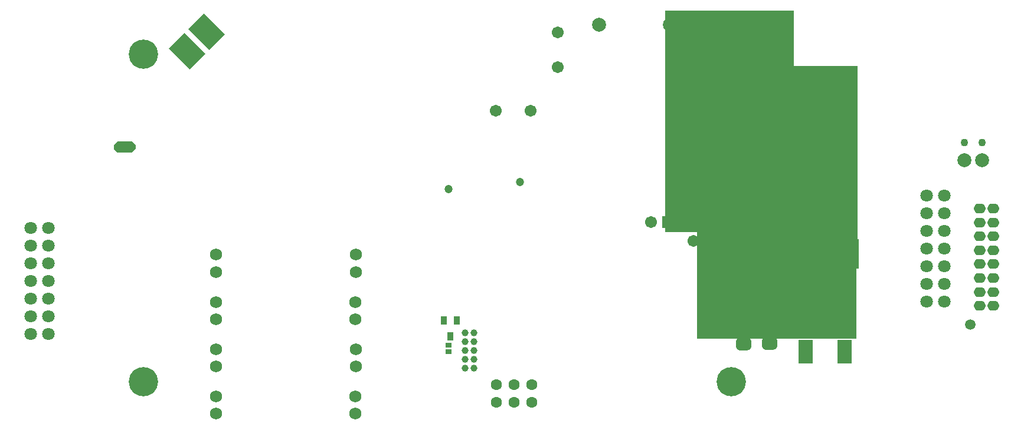
<source format=gbs>
G04 Layer_Color=16711935*
%FSLAX25Y25*%
%MOIN*%
G70*
G01*
G75*
%ADD115R,0.03241X0.03084*%
G04:AMPARAMS|DCode=139|XSize=165.48mil|YSize=126.11mil|CornerRadius=0mil|HoleSize=0mil|Usage=FLASHONLY|Rotation=135.000|XOffset=0mil|YOffset=0mil|HoleType=Round|Shape=Rectangle|*
%AMROTATEDRECTD139*
4,1,4,0.10309,-0.01392,0.01392,-0.10309,-0.10309,0.01392,-0.01392,0.10309,0.10309,-0.01392,0.0*
%
%ADD139ROTATEDRECTD139*%

%ADD154R,0.03359X0.04934*%
%ADD163O,0.06706X0.05524*%
%ADD164C,0.07099*%
%ADD165C,0.04331*%
%ADD166C,0.07887*%
%ADD167C,0.06706*%
%ADD168R,0.06706X0.06706*%
%ADD169C,0.06312*%
%ADD170C,0.05918*%
%ADD171C,0.06800*%
%ADD172O,0.08674X0.07099*%
G04:AMPARAMS|DCode=173|XSize=70.99mil|YSize=86.74mil|CornerRadius=19.75mil|HoleSize=0mil|Usage=FLASHONLY|Rotation=90.000|XOffset=0mil|YOffset=0mil|HoleType=Round|Shape=RoundedRectangle|*
%AMROUNDEDRECTD173*
21,1,0.07099,0.04724,0,0,90.0*
21,1,0.03150,0.08674,0,0,90.0*
1,1,0.03950,0.02362,0.01575*
1,1,0.03950,0.02362,-0.01575*
1,1,0.03950,-0.02362,-0.01575*
1,1,0.03950,-0.02362,0.01575*
%
%ADD173ROUNDEDRECTD173*%
%ADD174R,0.06706X0.06706*%
%ADD175C,0.03950*%
%ADD176C,0.16548*%
%ADD177C,0.04737*%
%ADD178R,0.72712X1.25509*%
%ADD179R,0.87400X1.02400*%
%ADD180R,0.58600X0.16500*%
%ADD181R,0.90200X0.63100*%
%ADD182R,0.07887X0.13398*%
%ADD183R,0.13792X0.04934*%
%ADD184R,0.04934X0.13792*%
%ADD185R,0.01981X0.01981*%
G36*
X33613Y148093D02*
Y145907D01*
X31450Y143744D01*
X23555D01*
X21393Y145907D01*
Y148093D01*
X23555Y150256D01*
X31450D01*
X33613Y148093D01*
D02*
G37*
D115*
X210588Y34972D02*
D03*
Y31271D02*
D03*
D139*
X62800Y201300D02*
D03*
X73600Y212300D02*
D03*
D154*
X211500Y39772D02*
D03*
X215240Y48828D02*
D03*
X207760D02*
D03*
D163*
X518237Y112244D02*
D03*
X510363D02*
D03*
X518237Y104370D02*
D03*
X510363D02*
D03*
X518237Y96496D02*
D03*
X510363D02*
D03*
X518237Y88622D02*
D03*
X510363D02*
D03*
X518237Y80748D02*
D03*
X510363D02*
D03*
X518237Y72874D02*
D03*
X510363D02*
D03*
X518237Y65000D02*
D03*
X510363D02*
D03*
X518237Y57126D02*
D03*
X510363D02*
D03*
D164*
X490499Y99700D02*
D03*
X480499D02*
D03*
X490499Y89700D02*
D03*
X480499D02*
D03*
X490499Y79700D02*
D03*
X480499D02*
D03*
Y69700D02*
D03*
X490499D02*
D03*
X480499Y59700D02*
D03*
X490499D02*
D03*
X480499Y119700D02*
D03*
X490499D02*
D03*
X480499Y109700D02*
D03*
X490499D02*
D03*
X-15590Y81339D02*
D03*
X-25591D02*
D03*
X-15590Y71339D02*
D03*
X-25591D02*
D03*
X-15590Y61339D02*
D03*
X-25591D02*
D03*
Y51339D02*
D03*
X-15590D02*
D03*
X-25591Y41339D02*
D03*
X-15590D02*
D03*
X-25591Y101339D02*
D03*
X-15590D02*
D03*
X-25591Y91339D02*
D03*
X-15590D02*
D03*
D165*
X511900Y149500D02*
D03*
X501900D02*
D03*
D166*
Y139500D02*
D03*
X511900D02*
D03*
X335300Y216300D02*
D03*
X295300D02*
D03*
X400000D02*
D03*
X360000D02*
D03*
D167*
X401300Y118200D02*
D03*
X380421Y139079D02*
D03*
X347900Y190272D02*
D03*
Y219800D02*
D03*
X381201Y180118D02*
D03*
Y150591D02*
D03*
X324700Y104400D02*
D03*
X256643Y167500D02*
D03*
X236958D02*
D03*
X386700Y89600D02*
D03*
X418600Y104779D02*
D03*
X272100Y192058D02*
D03*
Y211742D02*
D03*
X370100Y109700D02*
D03*
X348879Y94000D02*
D03*
D168*
X334542Y104400D02*
D03*
X396543Y89600D02*
D03*
X379942Y109700D02*
D03*
X358721Y94000D02*
D03*
D169*
X237300Y2400D02*
D03*
X247300D02*
D03*
X257300D02*
D03*
Y12400D02*
D03*
X247300D02*
D03*
X237300D02*
D03*
D170*
X505002Y46498D02*
D03*
D171*
X157870Y59321D02*
D03*
Y49479D02*
D03*
X79130D02*
D03*
Y59321D02*
D03*
X157970Y76279D02*
D03*
Y86121D02*
D03*
X79230D02*
D03*
Y76279D02*
D03*
X157870Y5921D02*
D03*
Y-3921D02*
D03*
X79130D02*
D03*
Y5921D02*
D03*
X157970Y22779D02*
D03*
Y32621D02*
D03*
X79230D02*
D03*
Y22779D02*
D03*
D172*
X391800Y45800D02*
D03*
Y55800D02*
D03*
X377100Y55700D02*
D03*
Y45700D02*
D03*
D173*
X391800Y35800D02*
D03*
X377100Y35700D02*
D03*
D174*
X418600Y114621D02*
D03*
D175*
X224900Y21800D02*
D03*
X219900D02*
D03*
X224900Y26800D02*
D03*
X219900D02*
D03*
X224900Y31800D02*
D03*
X219900D02*
D03*
X224900Y36800D02*
D03*
X219900D02*
D03*
X224900Y41800D02*
D03*
X219900D02*
D03*
D176*
X38138Y199423D02*
D03*
Y14173D02*
D03*
X370079D02*
D03*
Y199423D02*
D03*
D177*
X250600Y127300D02*
D03*
X210500Y123300D02*
D03*
D178*
X369156Y161655D02*
D03*
D179*
X397700Y141800D02*
D03*
D180*
X412700Y86650D02*
D03*
D181*
X395800Y69750D02*
D03*
D182*
X434252Y31201D02*
D03*
X412205D02*
D03*
X411909Y53051D02*
D03*
X433957D02*
D03*
D183*
X414800Y156905D02*
D03*
Y132495D02*
D03*
D184*
X387600Y177300D02*
D03*
X412009D02*
D03*
X435728Y76476D02*
D03*
X411319D02*
D03*
D185*
X30800Y147000D02*
D03*
X24205D02*
D03*
M02*

</source>
